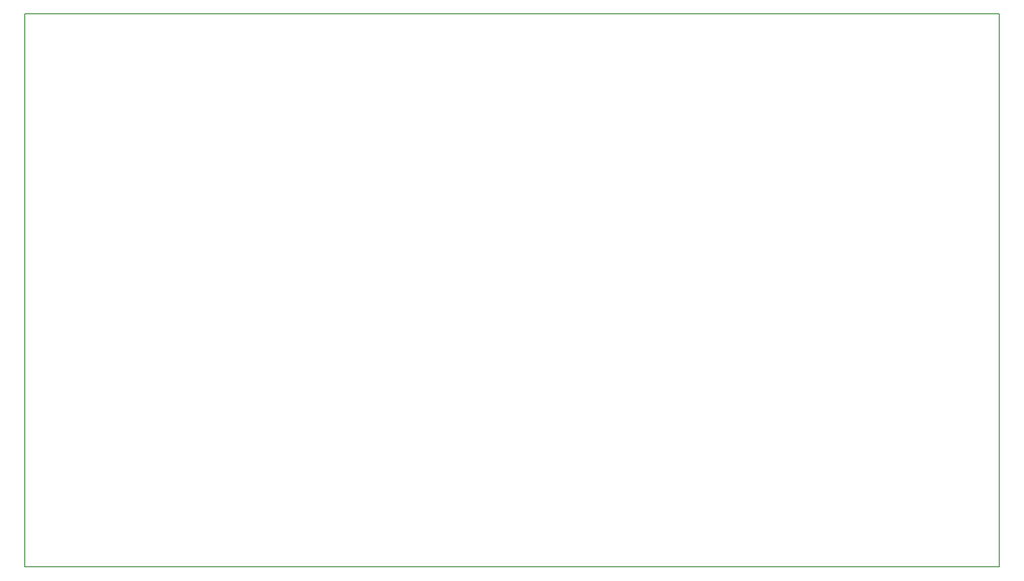
<source format=gm1>
G04 #@! TF.FileFunction,Profile,NP*
%FSLAX46Y46*%
G04 Gerber Fmt 4.6, Leading zero omitted, Abs format (unit mm)*
G04 Created by KiCad (PCBNEW 4.0.7) date 01/06/20 01:41:04*
%MOMM*%
%LPD*%
G01*
G04 APERTURE LIST*
%ADD10C,0.100000*%
%ADD11C,0.150000*%
G04 APERTURE END LIST*
D10*
D11*
X59055000Y-144145000D02*
X232410000Y-144145000D01*
X59055000Y-144145000D02*
X59055000Y-45720000D01*
X232410000Y-45720000D02*
X232410000Y-144145000D01*
X59055000Y-45720000D02*
X232410000Y-45720000D01*
M02*

</source>
